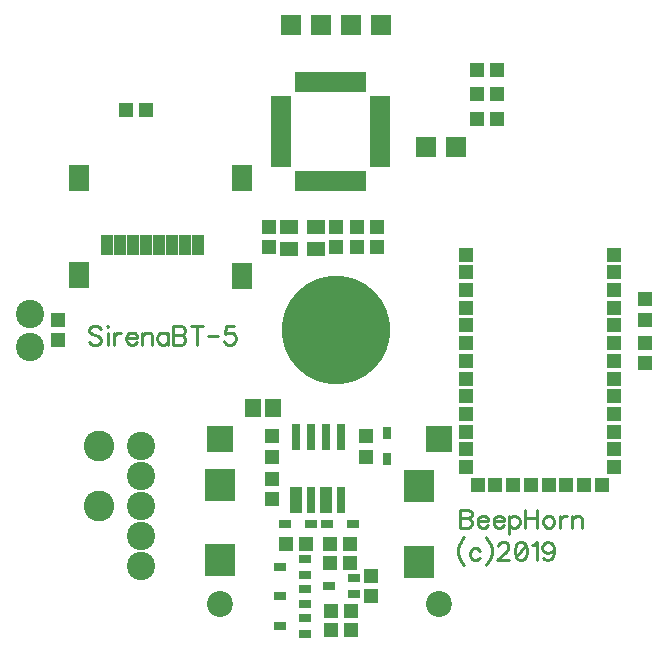
<source format=gbr>
G04 DipTrace 3.3.1.1*
G04 TopMask.gbr*
%MOMM*%
G04 #@! TF.FileFunction,Soldermask,Top*
G04 #@! TF.Part,Single*
%ADD22C,9.2*%
%ADD50C,2.2*%
%ADD51C,2.4*%
%ADD61R,1.7X1.7*%
%ADD63R,1.5X1.3*%
%ADD65C,2.6*%
%ADD66R,1.7X2.2*%
%ADD68R,1.0X1.7*%
%ADD70R,1.8X0.5*%
%ADD72R,0.5X1.8*%
%ADD76R,0.8X2.2*%
%ADD78R,1.0X2.2*%
%ADD82R,2.2X2.2*%
%ADD85R,1.4X1.65*%
%ADD87R,0.8X1.0*%
%ADD89R,1.05X0.8*%
%ADD91R,1.0X0.8*%
%ADD93R,2.6X2.8*%
%ADD95R,1.2X1.3*%
%ADD97R,1.3X1.2*%
%ADD99R,1.2X1.2*%
%ADD106C,0.23529*%
%FSLAX35Y35*%
G04*
G71*
G90*
G75*
G01*
G04 TopMask*
%LPD*%
D99*
X4850000Y4390000D3*
Y4240000D3*
Y4090000D3*
Y3940000D3*
Y3790000D3*
Y3640000D3*
Y3490000D3*
Y3340000D3*
Y3190000D3*
Y3040000D3*
Y2890000D3*
Y2740000D3*
Y2590000D3*
X4950000Y2440000D3*
X5100000D3*
X5250000D3*
X5400000D3*
X5550000D3*
X5700000D3*
X5850000D3*
X6000000D3*
X6100000Y2590000D3*
Y2740000D3*
Y2890000D3*
Y3040000D3*
Y3190000D3*
Y3340000D3*
Y3490000D3*
Y3640000D3*
Y3790000D3*
Y3940000D3*
Y4090000D3*
Y4240000D3*
Y4390000D3*
D97*
X2140000Y5610000D3*
X1970000D3*
D93*
X4450000Y2430000D3*
Y1789967D3*
X2770000Y2440000D3*
Y1799967D3*
D95*
X4000000Y2850000D3*
Y2680000D3*
X3210000Y2850000D3*
Y2680000D3*
Y2490000D3*
Y2320000D3*
D97*
X3930000Y4620000D3*
X4100000D3*
D95*
X3750000D3*
Y4450000D3*
X3180000D3*
Y4620000D3*
D91*
X3320500Y2110500D3*
X3540500D3*
X3670500D3*
X3890500D3*
D95*
X6370000Y4010000D3*
Y3840000D3*
D89*
X3490000Y1680000D3*
Y1810013D3*
X3280000Y1745007D3*
X3490000Y1430000D3*
Y1560013D3*
X3280000Y1495007D3*
X3490000Y1180000D3*
Y1310013D3*
X3280000Y1245007D3*
D87*
X4180000Y2880000D3*
Y2660000D3*
D85*
X3050000Y3090000D3*
X3220000D3*
D50*
X2770000Y1430000D3*
D82*
Y2827000D3*
D50*
X4625000Y1430000D3*
D82*
Y2827000D3*
D78*
X3411000Y2309000D3*
D76*
X3538000D3*
D78*
X3665000D3*
D76*
X3792000D3*
Y2849000D3*
X3665000D3*
X3538000D3*
X3411000D3*
D89*
X3900000Y1520000D3*
Y1650013D3*
X3690000Y1585007D3*
D95*
X1400000Y3670000D3*
Y3840000D3*
D97*
X3870000Y1940000D3*
X3700000D3*
Y1780000D3*
X3870000D3*
X3330000Y1940000D3*
X3500000D3*
X3880000Y1210000D3*
X3710000D3*
D95*
X4050000Y1500000D3*
Y1670000D3*
D97*
X3880000Y1370000D3*
X3710000D3*
D95*
X6370000Y3470000D3*
Y3640000D3*
D97*
X4940000Y5950000D3*
X5110000D3*
X4100000Y4450000D3*
X3930000D3*
X4940000Y5750000D3*
X5110000D3*
X4940000Y5540000D3*
X5110000D3*
D72*
X3430000Y5010000D3*
X3480000D3*
X3530000D3*
X3580000D3*
X3630000D3*
X3680000D3*
X3730000D3*
X3780000D3*
X3830000D3*
X3880000D3*
X3930000D3*
X3980000D3*
D70*
X4125000Y5155000D3*
Y5205000D3*
Y5255000D3*
Y5305000D3*
Y5355000D3*
Y5405000D3*
Y5455000D3*
Y5505000D3*
Y5555000D3*
Y5605000D3*
Y5655000D3*
Y5705000D3*
D72*
X3980000Y5850000D3*
X3930000D3*
X3880000D3*
X3830000D3*
X3780000D3*
X3730000D3*
X3680000D3*
X3630000D3*
X3580000D3*
X3530000D3*
X3480000D3*
X3430000D3*
D70*
X3285000Y5705000D3*
Y5655000D3*
Y5605000D3*
Y5555000D3*
Y5505000D3*
Y5455000D3*
Y5405000D3*
Y5355000D3*
Y5305000D3*
Y5255000D3*
Y5205000D3*
Y5155000D3*
D68*
X2580000Y4470000D3*
X2470000D3*
X2360000D3*
X2250000D3*
X2140000D3*
X2030000D3*
X1920000D3*
X1810000D3*
D66*
X1570000Y4213000D3*
Y5040000D3*
X2950000Y4210000D3*
Y5040000D3*
D51*
X1160000Y3890000D3*
Y3610000D3*
D65*
X1740000Y2772000D3*
Y2264000D3*
D51*
X2100000Y2766000D3*
Y2512000D3*
Y2258000D3*
Y2004000D3*
D63*
X3580000Y4620000D3*
X3350000D3*
Y4440000D3*
X3580000D3*
D51*
X2100000Y1750000D3*
D61*
X4764000Y5300000D3*
X4510000D3*
X3370000Y6330000D3*
X3624000D3*
X3878000D3*
X4132000D3*
D22*
X3750000Y3750000D3*
X1761089Y3759177D2*
D106*
X1746601Y3773833D1*
X1724701Y3781077D1*
X1695558D1*
X1673658Y3773833D1*
X1659001Y3759177D1*
Y3744689D1*
X1666414Y3730033D1*
X1673658Y3722789D1*
X1688145Y3715545D1*
X1731945Y3700889D1*
X1746601Y3693645D1*
X1753845Y3686233D1*
X1761089Y3671745D1*
Y3649845D1*
X1746601Y3635357D1*
X1724701Y3627945D1*
X1695558D1*
X1673658Y3635357D1*
X1659001Y3649845D1*
X1808148Y3781077D2*
X1815392Y3773833D1*
X1822804Y3781077D1*
X1815392Y3788489D1*
X1808148Y3781077D1*
X1815392Y3730033D2*
Y3627945D1*
X1869863Y3730033D2*
Y3627945D1*
Y3686233D2*
X1877275Y3708133D1*
X1891763Y3722789D1*
X1906419Y3730033D1*
X1928319D1*
X1975378Y3686233D2*
X2062809D1*
Y3700889D1*
X2055566Y3715545D1*
X2048322Y3722789D1*
X2033666Y3730033D1*
X2011766D1*
X1997278Y3722789D1*
X1982622Y3708133D1*
X1975378Y3686233D1*
Y3671745D1*
X1982622Y3649845D1*
X1997278Y3635357D1*
X2011766Y3627945D1*
X2033666D1*
X2048322Y3635357D1*
X2062809Y3649845D1*
X2109868Y3730033D2*
Y3627945D1*
Y3700889D2*
X2131768Y3722789D1*
X2146424Y3730033D1*
X2168156D1*
X2182812Y3722789D1*
X2190056Y3700889D1*
Y3627945D1*
X2324546Y3730033D2*
Y3627945D1*
Y3708133D2*
X2310059Y3722789D1*
X2295402Y3730033D1*
X2273671D1*
X2259015Y3722789D1*
X2244527Y3708133D1*
X2237115Y3686233D1*
Y3671745D1*
X2244527Y3649845D1*
X2259015Y3635357D1*
X2273671Y3627945D1*
X2295402D1*
X2310059Y3635357D1*
X2324546Y3649845D1*
X2371605Y3781077D2*
Y3627945D1*
X2437305D1*
X2459205Y3635357D1*
X2466449Y3642601D1*
X2473693Y3657089D1*
Y3678989D1*
X2466449Y3693645D1*
X2459205Y3700889D1*
X2437305Y3708133D1*
X2459205Y3715545D1*
X2466449Y3722789D1*
X2473693Y3737277D1*
Y3751933D1*
X2466449Y3766420D1*
X2459205Y3773833D1*
X2437305Y3781077D1*
X2371605D1*
Y3708133D2*
X2437305D1*
X2571795Y3781077D2*
Y3627945D1*
X2520752Y3781077D2*
X2622839D1*
X2669898Y3704427D2*
X2754129D1*
X2888619Y3780908D2*
X2815844D1*
X2808600Y3715377D1*
X2815844Y3722620D1*
X2837744Y3730033D1*
X2859475D1*
X2881375Y3722620D1*
X2896032Y3708133D1*
X2903275Y3686233D1*
Y3671745D1*
X2896032Y3649845D1*
X2881375Y3635189D1*
X2859475Y3627945D1*
X2837744D1*
X2815844Y3635189D1*
X2808600Y3642601D1*
X2801188Y3657089D1*
X4835045Y1996002D2*
X4820389Y1981514D1*
X4805901Y1959614D1*
X4791245Y1930470D1*
X4784001Y1893914D1*
Y1864770D1*
X4791245Y1828383D1*
X4805901Y1799239D1*
X4820389Y1777339D1*
X4835045Y1762851D1*
X4969704Y1883133D2*
X4955048Y1897789D1*
X4940392Y1905033D1*
X4918660D1*
X4904004Y1897789D1*
X4889516Y1883133D1*
X4882104Y1861233D1*
Y1846745D1*
X4889516Y1824845D1*
X4904004Y1810357D1*
X4918660Y1802945D1*
X4940392D1*
X4955048Y1810357D1*
X4969704Y1824845D1*
X5016763Y1996002D2*
X5031419Y1981514D1*
X5045907Y1959614D1*
X5060563Y1930470D1*
X5067807Y1893914D1*
Y1864770D1*
X5060563Y1828383D1*
X5045907Y1799239D1*
X5031419Y1777339D1*
X5016763Y1762851D1*
X5122278Y1919520D2*
Y1926764D1*
X5129522Y1941420D1*
X5136766Y1948664D1*
X5151422Y1955908D1*
X5180566D1*
X5195053Y1948664D1*
X5202297Y1941420D1*
X5209709Y1926764D1*
Y1912277D1*
X5202297Y1897620D1*
X5187809Y1875889D1*
X5114866Y1802945D1*
X5216953D1*
X5307812Y1955908D2*
X5285912Y1948664D1*
X5271256Y1926764D1*
X5264012Y1890377D1*
Y1868477D1*
X5271256Y1832089D1*
X5285912Y1810189D1*
X5307812Y1802945D1*
X5322300D1*
X5344200Y1810189D1*
X5358687Y1832089D1*
X5366100Y1868477D1*
Y1890377D1*
X5358687Y1926764D1*
X5344200Y1948664D1*
X5322300Y1955908D1*
X5307812D1*
X5358687Y1926764D2*
X5271256Y1832089D1*
X5413159Y1926764D2*
X5427815Y1934177D1*
X5449715Y1955908D1*
Y1802945D1*
X5591617Y1905033D2*
X5584205Y1883133D1*
X5569717Y1868477D1*
X5547817Y1861233D1*
X5540574D1*
X5518674Y1868477D1*
X5504186Y1883133D1*
X5496774Y1905033D1*
Y1912277D1*
X5504186Y1934177D1*
X5518674Y1948664D1*
X5540574Y1955908D1*
X5547817D1*
X5569717Y1948664D1*
X5584205Y1934177D1*
X5591617Y1905033D1*
Y1868477D1*
X5584205Y1832089D1*
X5569717Y1810189D1*
X5547817Y1802945D1*
X5533330D1*
X5511430Y1810189D1*
X5504186Y1824845D1*
X4800001Y2230073D2*
Y2076942D1*
X4865701D1*
X4887601Y2084354D1*
X4894845Y2091598D1*
X4902089Y2106086D1*
Y2127986D1*
X4894845Y2142642D1*
X4887601Y2149886D1*
X4865701Y2157129D1*
X4887601Y2164542D1*
X4894845Y2171786D1*
X4902089Y2186273D1*
Y2200929D1*
X4894845Y2215417D1*
X4887601Y2222829D1*
X4865701Y2230073D1*
X4800001D1*
Y2157129D2*
X4865701D1*
X4949148Y2135229D2*
X5036579D1*
Y2149886D1*
X5029336Y2164542D1*
X5022092Y2171786D1*
X5007436Y2179029D1*
X4985536D1*
X4971048Y2171786D1*
X4956392Y2157129D1*
X4949148Y2135229D1*
Y2120742D1*
X4956392Y2098842D1*
X4971048Y2084354D1*
X4985536Y2076942D1*
X5007436D1*
X5022092Y2084354D1*
X5036579Y2098842D1*
X5083638Y2135229D2*
X5171070D1*
Y2149886D1*
X5163826Y2164542D1*
X5156582Y2171786D1*
X5141926Y2179029D1*
X5120026D1*
X5105538Y2171786D1*
X5090882Y2157129D1*
X5083638Y2135229D1*
Y2120742D1*
X5090882Y2098842D1*
X5105538Y2084354D1*
X5120026Y2076942D1*
X5141926D1*
X5156582Y2084354D1*
X5171070Y2098842D1*
X5218129Y2179029D2*
Y2025898D1*
Y2157129D2*
X5232785Y2171617D1*
X5247272Y2179029D1*
X5269172D1*
X5283829Y2171617D1*
X5298316Y2157129D1*
X5305729Y2135229D1*
Y2120573D1*
X5298316Y2098842D1*
X5283829Y2084186D1*
X5269172Y2076942D1*
X5247272D1*
X5232785Y2084186D1*
X5218129Y2098842D1*
X5352787Y2230073D2*
Y2076942D1*
X5454875Y2230073D2*
Y2076942D1*
X5352787Y2157129D2*
X5454875D1*
X5538322Y2179029D2*
X5523834Y2171786D1*
X5509178Y2157129D1*
X5501934Y2135229D1*
Y2120742D1*
X5509178Y2098842D1*
X5523834Y2084354D1*
X5538322Y2076942D1*
X5560222D1*
X5574878Y2084354D1*
X5589365Y2098842D1*
X5596778Y2120742D1*
Y2135229D1*
X5589365Y2157129D1*
X5574878Y2171786D1*
X5560222Y2179029D1*
X5538322D1*
X5643837D2*
Y2076942D1*
Y2135229D2*
X5651249Y2157129D1*
X5665737Y2171786D1*
X5680393Y2179029D1*
X5702293D1*
X5749352D2*
Y2076942D1*
Y2149886D2*
X5771252Y2171786D1*
X5785908Y2179029D1*
X5807639D1*
X5822295Y2171786D1*
X5829539Y2149886D1*
Y2076942D1*
M02*

</source>
